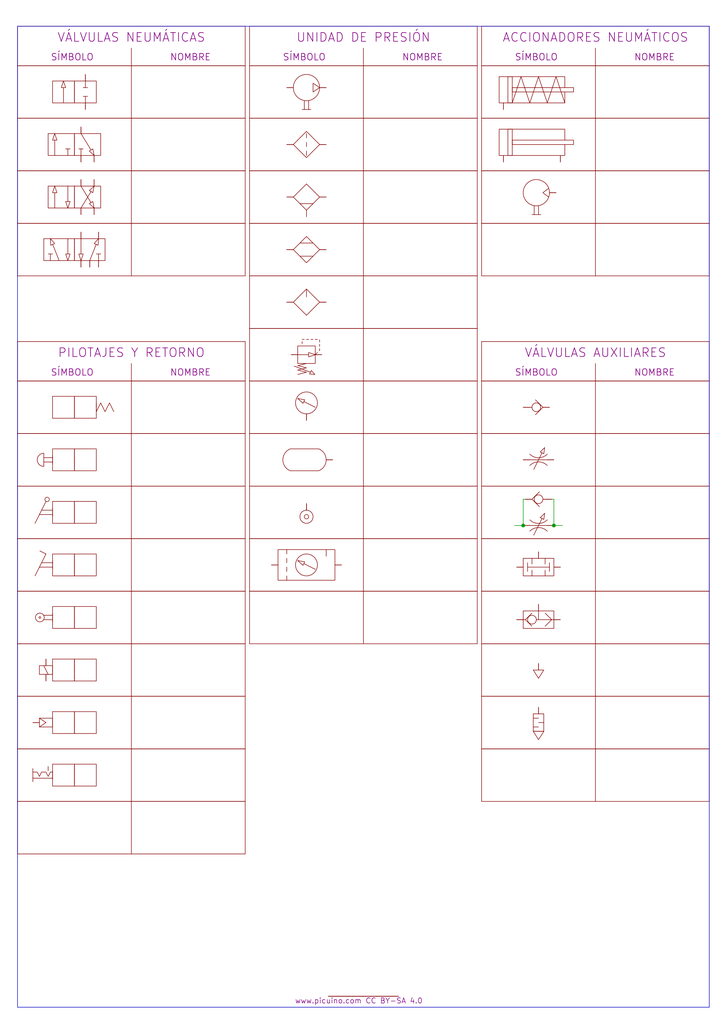
<source format=kicad_sch>
(kicad_sch (version 20230121) (generator eeschema)
  (paper "A4" portrait)
  (title_block (title "Símbolos neumáticos.") (date "20/05/2022") (company "www.picuino.com") (comment 1 "Copyright (c) 2022 by Carlos Pardo") (comment 2 "License CC BY-SA 4.0"))
  (lib_symbols
    (symbol "neumatic-simbolos-nombres-rescue:Calderin-simbolos" (pin_names (offset 1.016))
      (symbol "Calderin-simbolos_0_1"
        (arc (start -10.414 3.175) (mid -12.5636 0) (end -10.414 -3.175))
        (arc (start -2.159 -3.175) (mid -0.0094 0) (end -2.159 3.175))
        (polyline (pts (xy -10.414 -3.175) (xy -2.159 -3.175)))
        (polyline (pts (xy -2.159 3.175) (xy -10.414 3.175)))
      )
      (symbol "Calderin-simbolos_1_1"
        (pin bidirectional line (at 1.905 0 180) (length 1.905) (name "") (number ""))
      )
    )
    (symbol "neumatic-simbolos-nombres-rescue:Compresor-simbolos" (pin_names (offset 1.016))
      (symbol "Compresor-simbolos_0_1"
        (circle (center -3.81 0) (radius 3.81))
        (polyline (pts (xy -5.08 -6.35) (xy -2.54 -6.35)))
        (polyline (pts (xy -4.445 -3.81) (xy -4.445 -6.35)))
        (polyline (pts (xy -3.175 -3.81) (xy -3.175 -6.35)))
        (polyline (pts (xy 0 0) (xy -1.905 1.27) (xy -1.905 -1.27) (xy 0 0)))
      )
      (symbol "Compresor-simbolos_1_1"
        (pin input line (at -9.525 0 0) (length 1.905) (name "") (number ""))
        (pin output line (at 1.905 0 180) (length 1.905) (name "") (number ""))
      )
    )
    (symbol "neumatic-simbolos-nombres-rescue:CopyRight-simbolos-simbolos" (pin_names (offset 1.016))
      (property "License" "CC BY-SA 4.0" (at -1.27 -1.27 0))
      (property "Web" "www.picuino.com" (at 0 -1.27 0))
      (symbol "CopyRight-simbolos-simbolos_0_1"
        (polyline (pts (xy -10.16 0) (xy 10.16 0)) (stroke (width 0.2032)))
      )
    )
    (symbol "neumatic-simbolos-nombres-rescue:Escape-simbolos" (pin_names (offset 1.016))
      (symbol "Escape-simbolos_0_1"
        (polyline (pts (xy -1.524 -1.905) (xy 1.524 -1.905) (xy 0 -4.318) (xy -1.524 -1.905)))
      )
      (symbol "Escape-simbolos_1_1"
        (pin input line (at 0 0 270) (length 1.905) (name "") (number ""))
      )
    )
    (symbol "neumatic-simbolos-nombres-rescue:Escape_silenciador-simbolos" (pin_names (offset 1.016))
      (symbol "Escape_silenciador-simbolos_0_1"
        (rectangle (start -1.524 -1.905) (end 1.524 -6.985))
        (polyline (pts (xy -1.524 -5.715) (xy 0 -5.715)))
        (polyline (pts (xy -1.524 -3.175) (xy 0 -3.175)))
        (polyline (pts (xy 1.524 -4.445) (xy 0 -4.445)))
        (polyline (pts (xy -1.524 -6.985) (xy 1.524 -6.985) (xy 0 -9.398) (xy -1.524 -6.985)))
      )
      (symbol "Escape_silenciador-simbolos_1_1"
        (pin input line (at 0 0 270) (length 1.905) (name "") (number ""))
      )
    )
    (symbol "neumatic-simbolos-nombres-rescue:Estrangulador-simbolos" (pin_names (offset 1.016))
      (symbol "Estrangulador-simbolos_0_1"
        (arc (start -2.54 1.651) (mid 0 0.5989) (end 2.54 1.651))
        (polyline (pts (xy -2.54 0) (xy 2.54 0)))
        (polyline (pts (xy -1.397 -2.794) (xy 1.016 2.032)))
        (polyline (pts (xy 0.508 2.286) (xy 1.524 1.778)))
        (polyline (pts (xy 1.524 1.778) (xy 1.778 3.556) (xy 0.508 2.286)))
        (arc (start 2.54 -1.651) (mid 0 -0.5989) (end -2.54 -1.651))
      )
      (symbol "Estrangulador-simbolos_1_1"
        (pin output line (at -4.445 0 0) (length 1.905) (name "") (number ""))
        (pin input line (at 4.445 0 180) (length 1.905) (name "") (number ""))
      )
    )
    (symbol "neumatic-simbolos-nombres-rescue:Filtro_aire-simbolos" (pin_names (offset 1.016))
      (symbol "Filtro_aire-simbolos_0_1"
        (polyline (pts (xy -3.81 -1.905) (xy -3.81 -3.175)))
        (polyline (pts (xy -3.81 0.635) (xy -3.81 -0.635)))
        (polyline (pts (xy -3.81 3.175) (xy -3.81 1.905)))
        (polyline (pts (xy -3.81 3.81) (xy -7.62 0) (xy -3.81 -3.81) (xy 0 0) (xy -3.81 3.81)))
      )
      (symbol "Filtro_aire-simbolos_1_1"
        (pin input line (at -9.525 0 0) (length 1.905) (name "") (number ""))
        (pin output line (at 1.905 0 180) (length 1.905) (name "") (number ""))
      )
    )
    (symbol "neumatic-simbolos-nombres-rescue:Fuente_presion-simbolos" (pin_names (offset 1.016))
      (symbol "Fuente_presion-simbolos_0_1"
        (circle (center 0 3.81) (radius 0.635))
        (circle (center 0 3.81) (radius 1.905))
      )
      (symbol "Fuente_presion-simbolos_1_1"
        (pin output line (at 0 0 90) (length 1.905) (name "") (number ""))
      )
    )
    (symbol "neumatic-simbolos-nombres-rescue:Lubricador-simbolos" (pin_names (offset 1.016))
      (symbol "Lubricador-simbolos_0_1"
        (polyline (pts (xy -3.81 3.81) (xy -3.81 1.524)))
        (polyline (pts (xy -3.81 3.81) (xy -7.62 0) (xy -3.81 -3.81) (xy 0 0) (xy -3.81 3.81)))
      )
      (symbol "Lubricador-simbolos_1_1"
        (pin input line (at -9.525 0 0) (length 1.905) (name "") (number ""))
        (pin output line (at 1.905 0 180) (length 1.905) (name "") (number ""))
      )
    )
    (symbol "neumatic-simbolos-nombres-rescue:Manometro-simbolos" (pin_names (offset 1.016))
      (symbol "Manometro-simbolos_0_1"
        (polyline (pts (xy -0.762 5.461) (xy 2.54 3.81)))
        (polyline (pts (xy -0.762 5.461) (xy -1.016 4.953) (xy -2.54 6.35)))
        (polyline (pts (xy -0.762 5.461) (xy -0.508 5.969) (xy -2.54 6.35)))
        (circle (center 0 5.08) (radius 3.175))
      )
      (symbol "Manometro-simbolos_1_1"
        (pin output line (at 0 0 90) (length 1.905) (name "") (number ""))
      )
    )
    (symbol "neumatic-simbolos-nombres-rescue:Marco_1-simbolos" (pin_names (offset 1.016))
      (symbol "Marco_1-simbolos_0_1"
        (polyline (pts (xy 0 -15.24) (xy 0 0)))
        (polyline (pts (xy 0 -15.24) (xy 66.04 -15.24)))
        (polyline (pts (xy 0 0) (xy 66.04 0)))
        (polyline (pts (xy 33.02 0) (xy 33.02 -15.24)))
        (polyline (pts (xy 66.04 0) (xy 66.04 -15.24)))
      )
    )
    (symbol "neumatic-simbolos-nombres-rescue:Marco_2-simbolos" (pin_names (offset 1.016))
      (property "Field4" "TIPO" (at 33.02 -4.445 0))
      (property "Field5" "SÍMBOLO" (at 11.43 -11.43 0))
      (property "Field7" "NOMBRE" (at 48.26 -11.43 0))
      (symbol "Marco_2-simbolos_0_1"
        (polyline (pts (xy 0 -12.7) (xy 0 -1.27)))
        (polyline (pts (xy 0 -1.27) (xy 66.04 -1.27)))
        (polyline (pts (xy 33.02 -12.7) (xy 0 -12.7)))
        (polyline (pts (xy 33.02 -12.7) (xy 66.04 -12.7)))
        (polyline (pts (xy 33.02 -7.62) (xy 33.02 -12.7)))
        (polyline (pts (xy 66.04 -1.27) (xy 66.04 -12.7)))
      )
    )
    (symbol "neumatic-simbolos-nombres-rescue:Motor_giratorio-simbolos" (pin_names (offset 1.016))
      (symbol "Motor_giratorio-simbolos_0_1"
        (circle (center -3.81 0) (radius 3.81))
        (polyline (pts (xy -5.08 -6.35) (xy -2.54 -6.35)))
        (polyline (pts (xy -4.445 -3.81) (xy -4.445 -6.35)))
        (polyline (pts (xy -3.175 -3.81) (xy -3.175 -6.35)))
        (polyline (pts (xy -0.254 1.27) (xy -1.905 0) (xy -0.254 -1.27)))
      )
      (symbol "Motor_giratorio-simbolos_1_1"
        (pin input line (at 1.905 0 180) (length 1.905) (name "") (number ""))
      )
    )
    (symbol "neumatic-simbolos-nombres-rescue:Pilotaje_electrico-simbolos" (pin_names (offset 1.016))
      (symbol "Pilotaje_electrico-simbolos_0_1"
        (polyline (pts (xy -2.54 1.27) (xy -1.27 -1.27)))
        (rectangle (start 0 1.27) (end -3.81 -1.27))
      )
      (symbol "Pilotaje_electrico-simbolos_1_1"
        (pin input line (at -1.905 -3.175 90) (length 1.905) (name "") (number ""))
        (pin input line (at -1.905 3.175 270) (length 1.905) (name "") (number ""))
      )
    )
    (symbol "neumatic-simbolos-nombres-rescue:Pilotaje_enclavamiento-simbolos" (pin_names (offset 1.016))
      (symbol "Pilotaje_enclavamiento-simbolos_0_1"
        (polyline (pts (xy -3.175 1.905) (xy -3.175 -1.905)))
        (polyline (pts (xy 1.27 2.54) (xy 1.27 1.27)))
        (polyline (pts (xy 2.54 -0.889) (xy -3.175 -0.889)))
        (polyline (pts (xy 2.54 1.27) (xy 2.54 -1.27)))
        (polyline (pts (xy -3.175 0.889) (xy -1.905 0.889) (xy -1.27 -0.381) (xy -0.635 0.889) (xy 0.635 0.889) (xy 1.27 -0.381) (xy 1.905 0.889) (xy 2.54 0.889)))
      )
    )
    (symbol "neumatic-simbolos-nombres-rescue:Pilotaje_muelle-simbolos" (pin_names (offset 1.016))
      (symbol "Pilotaje_muelle-simbolos_0_1"
        (polyline (pts (xy 0 1.27) (xy 0 -1.27) (xy 1.27 1.27) (xy 2.54 -1.27) (xy 3.81 1.27) (xy 5.08 -1.27)))
      )
    )
    (symbol "neumatic-simbolos-nombres-rescue:Pilotaje_neumatico-simbolos" (pin_names (offset 1.016))
      (symbol "Pilotaje_neumatico-simbolos_0_1"
        (polyline (pts (xy -3.81 1.27) (xy -1.905 0) (xy -3.81 -1.27)))
        (rectangle (start 0 1.27) (end -3.81 -1.27))
      )
      (symbol "Pilotaje_neumatico-simbolos_1_1"
        (pin input line (at -5.715 0 0) (length 1.905) (name "") (number ""))
      )
    )
    (symbol "neumatic-simbolos-nombres-rescue:Pilotaje_palanca-simbolos" (pin_names (offset 1.016))
      (symbol "Pilotaje_palanca-simbolos_0_1"
        (polyline (pts (xy -1.27 -0.635) (xy -2.54 -3.175)))
        (polyline (pts (xy -1.27 -0.635) (xy 0.635 3.175)))
        (polyline (pts (xy -1.27 -0.635) (xy 2.54 -0.635)))
        (polyline (pts (xy 2.54 0.635) (xy -0.635 0.635)))
        (polyline (pts (xy 2.54 1.27) (xy 2.54 -1.27)))
        (circle (center 0.9652 3.7592) (radius 0.635))
      )
    )
    (symbol "neumatic-simbolos-nombres-rescue:Pilotaje_pedal-simbolos" (pin_names (offset 1.016))
      (symbol "Pilotaje_pedal-simbolos_0_1"
        (polyline (pts (xy -1.27 -0.635) (xy -2.54 -3.175)))
        (polyline (pts (xy -1.27 -0.635) (xy 0.635 3.175)))
        (polyline (pts (xy -0.635 0.635) (xy 2.54 0.635)))
        (polyline (pts (xy 0.635 3.175) (xy -1.143 4.064)))
        (polyline (pts (xy 2.54 -0.635) (xy -1.27 -0.635)))
        (polyline (pts (xy 2.54 1.27) (xy 2.54 -1.27)))
      )
    )
    (symbol "neumatic-simbolos-nombres-rescue:Pilotaje_pulsador-simbolos" (pin_names (offset 1.016))
      (symbol "Pilotaje_pulsador-simbolos_0_1"
        (polyline (pts (xy 0 -0.635) (xy 2.54 -0.635)))
        (polyline (pts (xy 0 0.635) (xy 2.54 0.635)))
        (polyline (pts (xy 0 1.905) (xy 0 -1.905)))
        (polyline (pts (xy 2.54 1.27) (xy 2.54 -1.27)))
        (arc (start 0 1.905) (mid -1.8967 0) (end 0 -1.905))
      )
    )
    (symbol "neumatic-simbolos-nombres-rescue:Pilotaje_rodillo-simbolos" (pin_names (offset 1.016))
      (symbol "Pilotaje_rodillo-simbolos_0_1"
        (circle (center -1.143 0) (radius 0.254))
        (circle (center -1.143 0) (radius 1.27))
        (polyline (pts (xy 0 -0.635) (xy 2.54 -0.635)))
        (polyline (pts (xy 0 0.635) (xy 2.54 0.635)))
        (polyline (pts (xy 2.54 1.27) (xy 2.54 -1.27)))
      )
    )
    (symbol "neumatic-simbolos-nombres-rescue:Piston_doble_efecto-simbolos" (pin_names (offset 1.016))
      (symbol "Piston_doble_efecto-simbolos_0_1"
        (polyline (pts (xy 17.78 6.35) (xy 17.78 9.525) (xy -1.27 9.525) (xy -1.27 1.905) (xy 17.78 1.905) (xy 17.78 5.08)))
        (rectangle (start 1.27 9.525) (end 2.54 1.905))
        (rectangle (start 20.32 6.35) (end 2.54 5.08))
      )
      (symbol "Piston_doble_efecto-simbolos_1_1"
        (pin bidirectional line (at 0 0 90) (length 1.905) (name "") (number ""))
        (pin bidirectional line (at 16.51 0 90) (length 1.905) (name "") (number ""))
      )
    )
    (symbol "neumatic-simbolos-nombres-rescue:Piston_simple_efecto-simbolos" (pin_names (offset 1.016))
      (symbol "Piston_simple_efecto-simbolos_0_1"
        (polyline (pts (xy 17.78 6.35) (xy 17.78 9.525) (xy -1.27 9.525) (xy -1.27 1.905) (xy 17.78 1.905) (xy 17.78 5.08)))
        (polyline (pts (xy 2.54 1.905) (xy 5.08 9.525) (xy 7.62 1.905) (xy 10.16 9.525) (xy 12.7 1.905) (xy 15.24 9.525) (xy 17.78 1.905)))
        (rectangle (start 1.27 9.525) (end 2.54 1.905))
        (rectangle (start 20.32 6.35) (end 2.54 5.08))
      )
      (symbol "Piston_simple_efecto-simbolos_1_1"
        (pin bidirectional line (at 0 0 90) (length 1.905) (name "") (number ""))
      )
    )
    (symbol "neumatic-simbolos-nombres-rescue:Purgador_agua-simbolos" (pin_names (offset 1.016))
      (symbol "Purgador_agua-simbolos_0_1"
        (polyline (pts (xy -5.715 -1.905) (xy -1.905 -1.905)))
        (polyline (pts (xy -3.81 -3.81) (xy -3.81 -5.715)))
        (polyline (pts (xy -3.81 3.81) (xy -7.62 0) (xy -3.81 -3.81) (xy 0 0) (xy -3.81 3.81)))
      )
      (symbol "Purgador_agua-simbolos_1_1"
        (pin input line (at -9.525 0 0) (length 1.905) (name "") (number ""))
        (pin output line (at 1.905 0 180) (length 1.905) (name "") (number ""))
      )
    )
    (symbol "neumatic-simbolos-nombres-rescue:Regulador_presion-simbolos" (pin_names (offset 1.016))
      (symbol "Regulador_presion-simbolos_0_1"
        (rectangle (start 0 -2.54) (end -5.08 2.54))
        (polyline (pts (xy -3.81 3.81) (xy -3.81 3.175)))
        (polyline (pts (xy -3.175 4.445) (xy -3.81 4.445)))
        (polyline (pts (xy -1.905 0) (xy -5.08 0)))
        (polyline (pts (xy -1.905 4.445) (xy -2.54 4.445)))
        (polyline (pts (xy -1.397 -5.08) (xy -6.096 -3.302)))
        (polyline (pts (xy -0.635 4.445) (xy -1.27 4.445)))
        (polyline (pts (xy 0 0) (xy 0.635 0.635)))
        (polyline (pts (xy 0.635 4.445) (xy 0 4.445)))
        (polyline (pts (xy 1.27 2.413) (xy 1.27 3.048)))
        (polyline (pts (xy 1.27 3.683) (xy 1.27 4.318)))
        (polyline (pts (xy 1.143 1.143) (xy 1.27 1.27) (xy 1.27 1.778)))
        (polyline (pts (xy 0 0) (xy -1.905 0.635) (xy -1.905 -0.635) (xy 0 0)))
        (polyline (pts (xy -0.127 -5.715) (xy -1.651 -5.588) (xy -1.397 -5.08) (xy -1.143 -4.572) (xy -0.127 -5.715)))
        (polyline (pts (xy -2.54 -2.54) (xy -5.08 -3.175) (xy -2.54 -3.81) (xy -5.08 -4.445) (xy -2.54 -5.08) (xy -5.08 -5.715)))
      )
      (symbol "Regulador_presion-simbolos_1_1"
        (pin input line (at -6.985 0 0) (length 1.905) (name "") (number ""))
        (pin output line (at 1.905 0 180) (length 1.905) (name "") (number ""))
      )
    )
    (symbol "neumatic-simbolos-nombres-rescue:Secador-simbolos" (pin_names (offset 1.016))
      (symbol "Secador-simbolos_0_1"
        (polyline (pts (xy -5.715 -1.905) (xy -1.905 -1.905)))
        (polyline (pts (xy -1.905 1.905) (xy -5.715 1.905)))
        (polyline (pts (xy -3.81 3.81) (xy -7.62 0) (xy -3.81 -3.81) (xy 0 0) (xy -3.81 3.81)))
      )
      (symbol "Secador-simbolos_1_1"
        (pin input line (at -9.525 0 0) (length 1.905) (name "") (number ""))
        (pin output line (at 1.905 0 180) (length 1.905) (name "") (number ""))
      )
    )
    (symbol "neumatic-simbolos-nombres-rescue:Unidad_mantenimiento-simbolos" (pin_names (offset 1.016))
      (symbol "Unidad_mantenimiento-simbolos_0_1"
        (polyline (pts (xy -5.715 1.27) (xy -5.715 0)))
        (polyline (pts (xy -5.715 3.81) (xy -5.715 2.54)))
        (polyline (pts (xy -5.715 6.35) (xy -5.715 5.08)))
        (polyline (pts (xy -5.715 8.89) (xy -5.715 7.62)))
        (polyline (pts (xy -0.762 4.826) (xy 2.54 3.175)))
        (polyline (pts (xy 5.715 8.89) (xy 5.715 6.985)))
        (polyline (pts (xy -0.762 4.826) (xy -1.016 4.318) (xy -2.54 5.715)))
        (polyline (pts (xy -0.762 4.826) (xy -0.508 5.334) (xy -2.54 5.715)))
        (circle (center 0 4.445) (radius 3.175))
        (rectangle (start 8.255 8.89) (end -8.255 0))
      )
      (symbol "Unidad_mantenimiento-simbolos_1_1"
        (pin input line (at -10.16 4.445 0) (length 1.905) (name "") (number ""))
        (pin output line (at 10.16 4.445 180) (length 1.905) (name "") (number ""))
      )
    )
    (symbol "neumatic-simbolos-nombres-rescue:Valvula_2_2-simbolos" (pin_names (offset 1.016))
      (symbol "Valvula_2_2-simbolos_0_1"
        (polyline (pts (xy 2.54 1.905) (xy 3.81 1.905)))
        (polyline (pts (xy 3.175 0) (xy 3.175 1.905)))
        (polyline (pts (xy 3.175 6.35) (xy 3.175 4.445)))
        (polyline (pts (xy 3.81 4.445) (xy 2.54 4.445)))
        (polyline (pts (xy -3.175 0) (xy -3.175 4.445) (xy -2.54 4.445) (xy -3.175 6.35) (xy -3.81 4.445) (xy -3.175 4.445)))
        (rectangle (start 0 6.35) (end -6.35 0))
        (rectangle (start 0 6.35) (end 6.35 0))
      )
      (symbol "Valvula_2_2-simbolos_1_1"
        (pin output line (at 3.175 -1.905 90) (length 1.905) (name "") (number ""))
        (pin output line (at 3.175 8.255 270) (length 1.905) (name "") (number ""))
      )
    )
    (symbol "neumatic-simbolos-nombres-rescue:Valvula_3_2-simbolos" (pin_names (offset 1.016))
      (symbol "Valvula_3_2-simbolos_0_1"
        (polyline (pts (xy -5.715 4.445) (xy -5.715 0)))
        (polyline (pts (xy -2.54 1.905) (xy -1.27 1.905)))
        (polyline (pts (xy -1.905 1.905) (xy -1.905 0)))
        (polyline (pts (xy 1.905 1.905) (xy 1.905 0)))
        (polyline (pts (xy 2.54 1.905) (xy 1.27 1.905)))
        (polyline (pts (xy 4.826 1.5748) (xy 1.905 6.35)))
        (polyline (pts (xy -5.715 6.35) (xy -6.35 4.445) (xy -5.08 4.445) (xy -5.715 6.35)))
        (polyline (pts (xy 5.715 0) (xy 5.334 1.905) (xy 4.318 1.27) (xy 5.715 0)))
        (rectangle (start 0 6.35) (end -7.62 0))
        (rectangle (start 0 6.35) (end 7.62 0))
      )
      (symbol "Valvula_3_2-simbolos_1_1"
        (pin input line (at 1.905 -1.905 90) (length 1.905) (name "") (number ""))
        (pin bidirectional line (at 1.905 8.255 270) (length 1.905) (name "") (number ""))
        (pin output line (at 5.715 -1.905 90) (length 1.905) (name "") (number ""))
      )
    )
    (symbol "neumatic-simbolos-nombres-rescue:Valvula_4_2-simbolos" (pin_names (offset 1.016))
      (symbol "Valvula_4_2-simbolos_0_1"
        (polyline (pts (xy -5.715 4.445) (xy -5.715 0)))
        (polyline (pts (xy -1.905 1.905) (xy -1.905 6.35)))
        (polyline (pts (xy 4.8006 1.5748) (xy 1.905 6.35)))
        (polyline (pts (xy 4.826 4.7752) (xy 1.905 0)))
        (polyline (pts (xy -5.715 6.35) (xy -6.35 4.445) (xy -5.08 4.445) (xy -5.715 6.35)))
        (polyline (pts (xy -1.905 0) (xy -2.54 1.905) (xy -1.27 1.905) (xy -1.905 0)))
        (polyline (pts (xy 5.715 0) (xy 5.334 1.905) (xy 4.318 1.27) (xy 5.715 0)))
        (polyline (pts (xy 5.715 6.35) (xy 5.334 4.445) (xy 4.318 5.08) (xy 5.715 6.35)))
        (rectangle (start 0 6.35) (end -7.62 0))
        (rectangle (start 0 6.35) (end 7.62 0))
      )
      (symbol "Valvula_4_2-simbolos_1_1"
        (pin input line (at 1.905 -1.905 90) (length 1.905) (name "") (number ""))
        (pin bidirectional line (at 1.905 8.255 270) (length 1.905) (name "") (number ""))
        (pin output line (at 5.715 -1.905 90) (length 1.905) (name "") (number ""))
        (pin bidirectional line (at 5.715 8.255 270) (length 1.905) (name "") (number ""))
      )
    )
    (symbol "neumatic-simbolos-nombres-rescue:Valvula_5_2-simbolos" (pin_names (offset 1.016))
      (symbol "Valvula_5_2-simbolos_0_1"
        (polyline (pts (xy -6.985 1.905) (xy -6.985 0)))
        (polyline (pts (xy -6.35 1.905) (xy -7.62 1.905)))
        (polyline (pts (xy -6.2992 4.6736) (xy -4.445 0)))
        (polyline (pts (xy -1.905 1.905) (xy -1.905 6.35)))
        (polyline (pts (xy 1.905 1.905) (xy 1.905 6.35)))
        (polyline (pts (xy 4.445 0) (xy 6.2992 4.6736)))
        (polyline (pts (xy 6.35 1.905) (xy 7.62 1.905)))
        (polyline (pts (xy 6.985 1.905) (xy 6.985 0)))
        (polyline (pts (xy -6.985 6.35) (xy -5.715 4.953) (xy -6.858 4.445) (xy -6.985 6.35)))
        (polyline (pts (xy -1.905 0) (xy -2.54 1.905) (xy -1.27 1.905) (xy -1.905 0)))
        (polyline (pts (xy 1.905 0) (xy 1.27 1.905) (xy 2.54 1.905) (xy 1.905 0)))
        (polyline (pts (xy 6.985 6.35) (xy 5.715 4.953) (xy 6.858 4.445) (xy 6.985 6.35)))
        (rectangle (start 0 6.35) (end -8.89 0))
        (rectangle (start 8.89 6.35) (end 0 0))
      )
      (symbol "Valvula_5_2-simbolos_1_1"
        (pin output line (at 1.905 -1.905 90) (length 1.905) (name "") (number ""))
        (pin bidirectional line (at 1.905 8.255 270) (length 1.905) (name "") (number ""))
        (pin input line (at 4.445 -1.905 90) (length 1.905) (name "") (number ""))
        (pin output line (at 6.985 -1.905 90) (length 1.905) (name "") (number ""))
        (pin bidirectional line (at 6.985 8.255 270) (length 1.905) (name "") (number ""))
      )
    )
    (symbol "neumatic-simbolos-nombres-rescue:Valvula_antirretorno-simbolos" (pin_names (offset 1.016))
      (symbol "Valvula_antirretorno-simbolos_0_1"
        (polyline (pts (xy -1.27 0) (xy -1.905 0)))
        (polyline (pts (xy 1.905 0) (xy -0.254 -2.159)))
        (polyline (pts (xy 1.905 0) (xy -0.254 2.159)))
        (circle (center 0 0) (radius 1.27))
      )
      (symbol "Valvula_antirretorno-simbolos_1_1"
        (pin output line (at -3.81 0 0) (length 1.905) (name "") (number ""))
        (pin input line (at 3.81 0 180) (length 1.905) (name "") (number ""))
      )
    )
    (symbol "neumatic-simbolos-nombres-rescue:Valvula_or-simbolos" (pin_names (offset 1.016))
      (symbol "Valvula_or-simbolos_0_1"
        (polyline (pts (xy 0.635 2.54) (xy 0 2.54)))
        (polyline (pts (xy 3.81 2.54) (xy 8.89 2.54)))
        (polyline (pts (xy 4.445 2.54) (xy 4.445 5.08)))
        (polyline (pts (xy 2.54 4.445) (xy 0.635 2.54) (xy 2.54 0.635)))
        (polyline (pts (xy 6.35 4.445) (xy 8.255 2.54) (xy 6.35 0.635)))
        (rectangle (start 0 5.08) (end 8.89 0))
        (circle (center 2.54 2.54) (radius 1.27))
      )
      (symbol "Valvula_or-simbolos_1_1"
        (pin input line (at -1.905 2.54 0) (length 1.905) (name "") (number ""))
        (pin output line (at 4.445 6.985 270) (length 1.905) (name "") (number ""))
        (pin input line (at 10.795 2.54 180) (length 1.905) (name "") (number ""))
      )
    )
    (symbol "neumatic-simbolos-nombres-rescue:Valvula_simultaneidad-simbolos" (pin_names (offset 1.016))
      (symbol "Valvula_simultaneidad-simbolos_0_1"
        (polyline (pts (xy 1.27 2.54) (xy 7.62 2.54)))
        (polyline (pts (xy 1.27 3.81) (xy 1.27 1.27)))
        (polyline (pts (xy 2.54 0) (xy 2.54 1.651)))
        (polyline (pts (xy 2.54 5.08) (xy 2.54 3.429)))
        (polyline (pts (xy 6.35 0) (xy 6.35 1.651)))
        (polyline (pts (xy 6.35 5.08) (xy 6.35 3.429)))
        (polyline (pts (xy 7.62 3.81) (xy 7.62 1.27)))
        (polyline (pts (xy 0 5.08) (xy 0 0) (xy 8.89 0) (xy 8.89 5.08) (xy 0 5.08)))
      )
      (symbol "Valvula_simultaneidad-simbolos_1_1"
        (pin input line (at -1.905 2.54 0) (length 1.905) (name "") (number ""))
        (pin output line (at 4.445 6.985 270) (length 1.905) (name "") (number ""))
        (pin input line (at 10.795 2.54 180) (length 1.905) (name "") (number ""))
      )
    )
    (symbol "neumatic-simbolos-nombres-rescue:Valvula_virtual-simbolos" (pin_names (offset 1.016))
      (symbol "Valvula_virtual-simbolos_0_1"
        (rectangle (start 0 6.35) (end -6.35 0))
        (rectangle (start 0 6.35) (end 6.35 0))
      )
    )
  )
  (junction (at 160.655 152.4))
  (junction (at 151.765 152.4))
  (polyline (pts (xy 5.08 292.1) (xy 205.74 292.1)))
  (wire (pts (xy 160.655 144.78) (xy 160.655 152.4)))
  (wire (pts (xy 151.765 144.78) (xy 151.765 152.4)))
  (wire (pts (xy 160.655 152.4) (xy 163.195 152.4)))
  (polyline (pts (xy 5.08 292.1) (xy 5.08 7.62)))
  (wire (pts (xy 160.02 144.78) (xy 160.655 144.78)))
  (polyline (pts (xy 205.74 292.1) (xy 205.74 7.62)))
  (wire (pts (xy 152.4 144.78) (xy 151.765 144.78)))
  (polyline (pts (xy 5.08 7.62) (xy 205.74 7.62)))
  (wire (pts (xy 151.765 152.4) (xy 149.225 152.4)))
  (symbol (lib_id "neumatic-simbolos-nombres-rescue:Estrangulador-simbolos") (at 156.21 152.4 0) (unit 1)
    (property "Reference" "V?" (effects hide))
    (property "Value" "Estrangulador" (effects hide))
  )
  (symbol (lib_id "neumatic-simbolos-nombres-rescue:Valvula_antirretorno-simbolos") (at 156.21 144.78 180) (unit 1)
    (property "Reference" "V?" (effects hide))
    (property "Value" "Valvula_antirretorno" (effects hide))
  )
  (symbol (lib_id "neumatic-simbolos-nombres-rescue:Valvula_virtual-simbolos") (at 21.59 227.965 0) (unit 1)
    (property "Reference" "V?" (effects hide))
    (property "Value" "Valvula_virtual" (effects hide))
  )
  (symbol (lib_id "neumatic-simbolos-nombres-rescue:Marco_1-simbolos") (at 5.08 217.17 0) (unit 1)
    (property "Reference" "M?" (effects hide))
    (property "Value" "Marco_1" (effects hide))
  )
  (symbol (lib_id "neumatic-simbolos-nombres-rescue:Pilotaje_enclavamiento-simbolos") (at 12.7 224.79 0) (unit 1)
    (property "Reference" "U?" (effects hide))
    (property "Value" "Pilotaje_enclavamiento" (effects hide))
  )
  (symbol (lib_id "neumatic-simbolos-nombres-rescue:Marco_1-simbolos") (at 5.08 232.41 0) (unit 1)
    (property "Reference" "M?" (effects hide))
    (property "Value" "Marco_1" (effects hide))
  )
  (symbol (lib_id "neumatic-simbolos-nombres-rescue:Marco_1-simbolos") (at 139.7 217.17 0) (unit 1)
    (property "Reference" "M?" (effects hide))
    (property "Value" "Marco_1" (effects hide))
  )
  (symbol (lib_id "neumatic-simbolos-nombres-rescue:Escape-simbolos") (at 156.21 192.405 0) (unit 1)
    (property "Reference" "V?" (effects hide))
    (property "Value" "Escape" (effects hide))
  )
  (symbol (lib_id "neumatic-simbolos-nombres-rescue:Marco_1-simbolos") (at 139.7 186.69 0) (unit 1)
    (property "Reference" "M?" (effects hide))
    (property "Value" "Marco_1" (effects hide))
  )
  (symbol (lib_id "neumatic-simbolos-nombres-rescue:Marco_1-simbolos") (at 139.7 201.93 0) (unit 1)
    (property "Reference" "M?" (effects hide))
    (property "Value" "Marco_1" (effects hide))
  )
  (symbol (lib_id "neumatic-simbolos-nombres-rescue:Escape_silenciador-simbolos") (at 156.21 205.105 0) (unit 1)
    (property "Reference" "V?" (effects hide))
    (property "Value" "Escape_silenciador" (effects hide))
  )
  (symbol (lib_id "neumatic-simbolos-nombres-rescue:Valvula_2_2-simbolos") (at 21.59 29.845 0) (unit 1)
    (property "Reference" "V?" (effects hide))
    (property "Value" "Valvula_2_2" (effects hide))
  )
  (symbol (lib_id "neumatic-simbolos-nombres-rescue:Valvula_virtual-simbolos") (at 21.59 212.725 0) (unit 1)
    (property "Reference" "V?" (effects hide))
    (property "Value" "Valvula_virtual" (effects hide))
  )
  (symbol (lib_id "neumatic-simbolos-nombres-rescue:Marco_1-simbolos") (at 72.39 156.21 0) (unit 1)
    (property "Reference" "M?" (effects hide))
    (property "Value" "Marco_1" (effects hide))
  )
  (symbol (lib_id "neumatic-simbolos-nombres-rescue:Marco_1-simbolos") (at 139.7 140.97 0) (unit 1)
    (property "Reference" "M?" (effects hide))
    (property "Value" "Marco_1" (effects hide))
  )
  (symbol (lib_id "neumatic-simbolos-nombres-rescue:Marco_1-simbolos") (at 139.7 34.29 0) (unit 1)
    (property "Reference" "M?" (effects hide))
    (property "Value" "Marco_1" (effects hide))
  )
  (symbol (lib_id "neumatic-simbolos-nombres-rescue:Motor_giratorio-simbolos") (at 159.385 55.88 0) (unit 1)
    (property "Reference" "V?" (effects hide))
    (property "Value" "Motor_giratorio" (effects hide))
  )
  (symbol (lib_id "neumatic-simbolos-nombres-rescue:Valvula_virtual-simbolos") (at 21.59 182.245 0) (unit 1)
    (property "Reference" "V?" (effects hide))
    (property "Value" "Valvula_virtual" (effects hide))
  )
  (symbol (lib_id "neumatic-simbolos-nombres-rescue:Fuente_presion-simbolos") (at 88.9 146.05 180) (unit 1)
    (property "Reference" "V?" (effects hide))
    (property "Value" "Fuente_presion" (effects hide))
  )
  (symbol (lib_id "neumatic-simbolos-nombres-rescue:Pilotaje_pedal-simbolos") (at 12.7 163.83 0) (unit 1)
    (property "Reference" "U?" (effects hide))
    (property "Value" "Pilotaje_pedal" (effects hide))
  )
  (symbol (lib_id "neumatic-simbolos-nombres-rescue:Valvula_antirretorno-simbolos") (at 155.575 118.11 0) (unit 1)
    (property "Reference" "V?" (effects hide))
    (property "Value" "Valvula_antirretorno" (effects hide))
  )
  (symbol (lib_id "neumatic-simbolos-nombres-rescue:Marco_1-simbolos") (at 5.08 140.97 0) (unit 1)
    (property "Reference" "M?" (effects hide))
    (property "Value" "Marco_1" (effects hide))
  )
  (symbol (lib_id "neumatic-simbolos-nombres-rescue:Marco_1-simbolos") (at 5.08 201.93 0) (unit 1)
    (property "Reference" "M?" (effects hide))
    (property "Value" "Marco_1" (effects hide))
  )
  (symbol (lib_id "neumatic-simbolos-nombres-rescue:Compresor-simbolos") (at 92.71 25.4 0) (unit 1)
    (property "Reference" "V?" (effects hide))
    (property "Value" "Compresor" (effects hide))
  )
  (symbol (lib_id "neumatic-simbolos-nombres-rescue:Marco_1-simbolos") (at 72.39 95.25 0) (unit 1)
    (property "Reference" "M?" (effects hide))
    (property "Value" "Marco_1" (effects hide))
  )
  (symbol (lib_id "neumatic-simbolos-nombres-rescue:Marco_1-simbolos") (at 139.7 156.21 0) (unit 1)
    (property "Reference" "M?" (effects hide))
    (property "Value" "Marco_1" (effects hide))
  )
  (symbol (lib_id "neumatic-simbolos-nombres-rescue:Marco_1-simbolos") (at 72.39 49.53 0) (unit 1)
    (property "Reference" "M?" (effects hide))
    (property "Value" "Marco_1" (effects hide))
  )
  (symbol (lib_id "neumatic-simbolos-nombres-rescue:Valvula_3_2-simbolos") (at 21.59 45.085 0) (unit 1)
    (property "Reference" "V?" (effects hide))
    (property "Value" "Valvula_3_2" (effects hide))
  )
  (symbol (lib_id "neumatic-simbolos-nombres-rescue:Manometro-simbolos") (at 88.9 121.92 0) (unit 1)
    (property "Reference" "V?" (effects hide))
    (property "Value" "Manometro" (effects hide))
  )
  (symbol (lib_id "neumatic-simbolos-nombres-rescue:Marco_2-simbolos") (at 72.39 6.35 0) (unit 1)
    (property "Reference" "M?" (effects hide))
    (property "Value" "Marco_2" (effects hide))
    (property "Field4" "UNIDAD DE PRESIÓN" (at 105.41 10.795 0) (effects (font (size 2.54 2.54))))
    (property "Field5" "SÍMBOLO" (at 88.265 16.51 0) (effects (font (size 1.905 1.905))))
    (property "Field7" "NOMBRE" (at 122.555 16.51 0) (effects (font (size 1.905 1.905))))
  )
  (symbol (lib_id "neumatic-simbolos-nombres-rescue:Marco_1-simbolos") (at 72.39 140.97 0) (unit 1)
    (property "Reference" "M?" (effects hide))
    (property "Value" "Marco_1" (effects hide))
  )
  (symbol (lib_id "neumatic-simbolos-nombres-rescue:Valvula_virtual-simbolos") (at 21.59 121.285 0) (unit 1)
    (property "Reference" "V?" (effects hide))
    (property "Value" "Valvula_virtual" (effects hide))
  )
  (symbol (lib_id "neumatic-simbolos-nombres-rescue:Marco_1-simbolos") (at 139.7 125.73 0) (unit 1)
    (property "Reference" "M?" (effects hide))
    (property "Value" "Marco_1" (effects hide))
  )
  (symbol (lib_id "neumatic-simbolos-nombres-rescue:Marco_1-simbolos") (at 72.39 110.49 0) (unit 1)
    (property "Reference" "M?" (effects hide))
    (property "Value" "Marco_1" (effects hide))
  )
  (symbol (lib_id "neumatic-simbolos-nombres-rescue:Marco_2-simbolos") (at 139.7 97.79 0) (unit 1)
    (property "Reference" "M?" (effects hide))
    (property "Value" "Marco_2" (effects hide))
    (property "Field4" "VÁLVULAS AUXILIARES" (at 172.72 102.235 0) (effects (font (size 2.54 2.54))))
    (property "Field5" "SÍMBOLO" (at 155.575 107.95 0) (effects (font (size 1.905 1.905))))
    (property "Field7" "NOMBRE" (at 189.865 107.95 0) (effects (font (size 1.905 1.905))))
  )
  (symbol (lib_id "neumatic-simbolos-nombres-rescue:Calderin-simbolos") (at 94.615 133.35 0) (unit 1)
    (property "Reference" "V?" (effects hide))
    (property "Value" "Calderin" (effects hide))
  )
  (symbol (lib_id "neumatic-simbolos-nombres-rescue:Marco_1-simbolos") (at 72.39 80.01 0) (unit 1)
    (property "Reference" "M?" (effects hide))
    (property "Value" "Marco_1" (effects hide))
  )
  (symbol (lib_id "neumatic-simbolos-nombres-rescue:Regulador_presion-simbolos") (at 91.44 102.87 0) (unit 1)
    (property "Reference" "V?" (effects hide))
    (property "Value" "Regulador_presion" (effects hide))
  )
  (symbol (lib_id "neumatic-simbolos-nombres-rescue:Piston_simple_efecto-simbolos") (at 146.05 31.75 0) (unit 1)
    (property "Reference" "V?" (effects hide))
    (property "Value" "Piston_simple_efecto" (effects hide))
  )
  (symbol (lib_id "neumatic-simbolos-nombres-rescue:Marco_1-simbolos") (at 72.39 171.45 0) (unit 1)
    (property "Reference" "M?" (effects hide))
    (property "Value" "Marco_1" (effects hide))
  )
  (symbol (lib_id "neumatic-simbolos-nombres-rescue:Marco_1-simbolos") (at 72.39 125.73 0) (unit 1)
    (property "Reference" "M?" (effects hide))
    (property "Value" "Marco_1" (effects hide))
  )
  (symbol (lib_id "neumatic-simbolos-nombres-rescue:Valvula_virtual-simbolos") (at 21.59 167.005 0) (unit 1)
    (property "Reference" "V?" (effects hide))
    (property "Value" "Valvula_virtual" (effects hide))
  )
  (symbol (lib_id "neumatic-simbolos-nombres-rescue:Marco_1-simbolos") (at 5.08 171.45 0) (unit 1)
    (property "Reference" "M?" (effects hide))
    (property "Value" "Marco_1" (effects hide))
  )
  (symbol (lib_id "neumatic-simbolos-nombres-rescue:Unidad_mantenimiento-simbolos") (at 88.9 168.275 0) (unit 1)
    (property "Reference" "V?" (effects hide))
    (property "Value" "Unidad_mantenimiento" (effects hide))
  )
  (symbol (lib_id "neumatic-simbolos-nombres-rescue:Marco_2-simbolos") (at 139.7 6.35 0) (unit 1)
    (property "Reference" "M?" (effects hide))
    (property "Value" "Marco_2" (effects hide))
    (property "Field4" "ACCIONADORES NEUMÁTICOS" (at 172.72 10.795 0) (effects (font (size 2.54 2.54))))
    (property "Field5" "SÍMBOLO" (at 155.575 16.51 0) (effects (font (size 1.905 1.905))))
    (property "Field7" "NOMBRE" (at 189.865 16.51 0) (effects (font (size 1.905 1.905))))
  )
  (symbol (lib_id "neumatic-simbolos-nombres-rescue:Marco_1-simbolos") (at 5.08 19.05 0) (unit 1)
    (property "Reference" "M?" (effects hide))
    (property "Value" "Marco_1" (effects hide))
  )
  (symbol (lib_id "neumatic-simbolos-nombres-rescue:Pilotaje_pulsador-simbolos") (at 12.7 133.35 0) (unit 1)
    (property "Reference" "U?" (effects hide))
    (property "Value" "Pilotaje_pulsador" (effects hide))
  )
  (symbol (lib_id "neumatic-simbolos-nombres-rescue:Filtro_aire-simbolos") (at 92.71 41.91 0) (unit 1)
    (property "Reference" "V?" (effects hide))
    (property "Value" "Filtro_aire" (effects hide))
  )
  (symbol (lib_id "neumatic-simbolos-nombres-rescue:Marco_1-simbolos") (at 5.08 34.29 0) (unit 1)
    (property "Reference" "M?" (effects hide))
    (property "Value" "Marco_1" (effects hide))
  )
  (symbol (lib_id "neumatic-simbolos-nombres-rescue:Marco_1-simbolos") (at 5.08 49.53 0) (unit 1)
    (property "Reference" "M?" (effects hide))
    (property "Value" "Marco_1" (effects hide))
  )
  (symbol (lib_id "neumatic-simbolos-nombres-rescue:Marco_1-simbolos") (at 139.7 49.53 0) (unit 1)
    (property "Reference" "M?" (effects hide))
    (property "Value" "Marco_1" (effects hide))
  )
  (symbol (lib_id "neumatic-simbolos-nombres-rescue:Valvula_virtual-simbolos") (at 21.59 197.485 0) (unit 1)
    (property "Reference" "V?" (effects hide))
    (property "Value" "Valvula_virtual" (effects hide))
  )
  (symbol (lib_id "neumatic-simbolos-nombres-rescue:Marco_2-simbolos") (at 5.08 6.35 0) (unit 1)
    (property "Reference" "M?" (effects hide))
    (property "Value" "Marco_2" (effects hide))
    (property "Field4" "VÁLVULAS NEUMÁTICAS" (at 38.1 10.795 0) (effects (font (size 2.54 2.54))))
    (property "Field5" "SÍMBOLO" (at 20.955 16.51 0) (effects (font (size 1.905 1.905))))
    (property "Field7" "NOMBRE" (at 55.245 16.51 0) (effects (font (size 1.905 1.905))))
  )
  (symbol (lib_id "neumatic-simbolos-nombres-rescue:Pilotaje_muelle-simbolos") (at 27.94 118.11 0) (unit 1)
    (property "Reference" "U?" (effects hide))
    (property "Value" "Pilotaje_muelle" (effects hide))
  )
  (symbol (lib_id "neumatic-simbolos-nombres-rescue:Valvula_or-simbolos") (at 151.765 182.245 0) (unit 1)
    (property "Reference" "V?" (effects hide))
    (property "Value" "Valvula_or" (effects hide))
  )
  (symbol (lib_id "neumatic-simbolos-nombres-rescue:Marco_1-simbolos") (at 5.08 186.69 0) (unit 1)
    (property "Reference" "M?" (effects hide))
    (property "Value" "Marco_1" (effects hide))
  )
  (symbol (lib_id "neumatic-simbolos-nombres-rescue:Marco_1-simbolos") (at 139.7 64.77 0) (unit 1)
    (property "Reference" "M?" (effects hide))
    (property "Value" "Marco_1" (effects hide))
  )
  (symbol (lib_id "neumatic-simbolos-nombres-rescue:Valvula_4_2-simbolos") (at 21.59 60.325 0) (unit 1)
    (property "Reference" "V?" (effects hide))
    (property "Value" "Valvula_4_2" (effects hide))
  )
  (symbol (lib_id "neumatic-simbolos-nombres-rescue:Valvula_virtual-simbolos") (at 21.59 136.525 0) (unit 1)
    (property "Reference" "V?" (effects hide))
    (property "Value" "Valvula_virtual" (effects hide))
  )
  (symbol (lib_id "neumatic-simbolos-nombres-rescue:Pilotaje_neumatico-simbolos") (at 15.24 209.55 0) (unit 1)
    (property "Reference" "U?" (effects hide))
    (property "Value" "Pilotaje_neumatico" (effects hide))
  )
  (symbol (lib_id "neumatic-simbolos-nombres-rescue:Marco_2-simbolos") (at 5.08 97.79 0) (unit 1)
    (property "Reference" "M?" (effects hide))
    (property "Value" "Marco_2" (effects hide))
    (property "Field4" "PILOTAJES Y RETORNO" (at 38.1 102.235 0) (effects (font (size 2.54 2.54))))
    (property "Field5" "SÍMBOLO" (at 20.955 107.95 0) (effects (font (size 1.905 1.905))))
    (property "Field7" "NOMBRE" (at 55.245 107.95 0) (effects (font (size 1.905 1.905))))
  )
  (symbol (lib_id "neumatic-simbolos-nombres-rescue:Marco_1-simbolos") (at 139.7 19.05 0) (unit 1)
    (property "Reference" "M?" (effects hide))
    (property "Value" "Marco_1" (effects hide))
  )
  (symbol (lib_id "neumatic-simbolos-nombres-rescue:Marco_1-simbolos") (at 139.7 171.45 0) (unit 1)
    (property "Reference" "M?" (effects hide))
    (property "Value" "Marco_1" (effects hide))
  )
  (symbol (lib_id "neumatic-simbolos-nombres-rescue:Marco_1-simbolos") (at 5.08 125.73 0) (unit 1)
    (property "Reference" "M?" (effects hide))
    (property "Value" "Marco_1" (effects hide))
  )
  (symbol (lib_id "neumatic-simbolos-nombres-rescue:Marco_1-simbolos") (at 72.39 64.77 0) (unit 1)
    (property "Reference" "M?" (effects hide))
    (property "Value" "Marco_1" (effects hide))
  )
  (symbol (lib_id "neumatic-simbolos-nombres-rescue:Piston_doble_efecto-simbolos") (at 146.05 46.99 0) (unit 1)
    (property "Reference" "V?" (effects hide))
    (property "Value" "Piston_doble_efecto" (effects hide))
  )
  (symbol (lib_id "neumatic-simbolos-nombres-rescue:Pilotaje_palanca-simbolos") (at 12.7 148.59 0) (unit 1)
    (property "Reference" "U?" (effects hide))
    (property "Value" "Pilotaje_palanca" (effects hide))
  )
  (symbol (lib_id "neumatic-simbolos-nombres-rescue:Valvula_5_2-simbolos") (at 21.59 75.565 0) (unit 1)
    (property "Reference" "V?" (effects hide))
    (property "Value" "Valvula_5_2" (effects hide))
  )
  (symbol (lib_id "neumatic-simbolos-nombres-rescue:Marco_1-simbolos") (at 5.08 156.21 0) (unit 1)
    (property "Reference" "M?" (effects hide))
    (property "Value" "Marco_1" (effects hide))
  )
  (symbol (lib_id "neumatic-simbolos-nombres-rescue:Marco_1-simbolos") (at 72.39 34.29 0) (unit 1)
    (property "Reference" "M?" (effects hide))
    (property "Value" "Marco_1" (effects hide))
  )
  (symbol (lib_id "neumatic-simbolos-nombres-rescue:Valvula_virtual-simbolos") (at 21.59 151.765 0) (unit 1)
    (property "Reference" "V?" (effects hide))
    (property "Value" "Valvula_virtual" (effects hide))
  )
  (symbol (lib_id "neumatic-simbolos-nombres-rescue:Marco_1-simbolos") (at 72.39 19.05 0) (unit 1)
    (property "Reference" "M?" (effects hide))
    (property "Value" "Marco_1" (effects hide))
  )
  (symbol (lib_id "neumatic-simbolos-nombres-rescue:Estrangulador-simbolos") (at 156.21 133.35 0) (unit 1)
    (property "Reference" "V?" (effects hide))
    (property "Value" "Estrangulador" (effects hide))
  )
  (symbol (lib_id "neumatic-simbolos-nombres-rescue:Valvula_simultaneidad-simbolos") (at 151.765 167.005 0) (unit 1)
    (property "Reference" "V?" (effects hide))
    (property "Value" "Valvula_simultaneidad" (effects hide))
  )
  (symbol (lib_id "neumatic-simbolos-nombres-rescue:Pilotaje_rodillo-simbolos") (at 12.7 179.07 0) (unit 1)
    (property "Reference" "U?" (effects hide))
    (property "Value" "Pilotaje_rodillo" (effects hide))
  )
  (symbol (lib_id "neumatic-simbolos-nombres-rescue:CopyRight-simbolos-simbolos") (at 105.41 288.925 0) (unit 1)
    (property "Reference" "CP?" (effects hide))
    (property "Value" "CopyRight-simbolos" (effects hide))
    (property "License" "CC BY-SA 4.0" (at 114.3 290.195 0) (effects (font (size 1.524 1.524))))
    (property "Web" "www.picuino.com" (at 95.25 290.195 0) (effects (font (size 1.524 1.524))))
  )
  (symbol (lib_id "neumatic-simbolos-nombres-rescue:Lubricador-simbolos") (at 92.71 87.63 0) (unit 1)
    (property "Reference" "V?" (effects hide))
    (property "Value" "Lubricador" (effects hide))
  )
  (symbol (lib_id "neumatic-simbolos-nombres-rescue:Secador-simbolos") (at 92.71 72.39 0) (unit 1)
    (property "Reference" "V?" (effects hide))
    (property "Value" "Secador" (effects hide))
  )
  (symbol (lib_id "neumatic-simbolos-nombres-rescue:Pilotaje_electrico-simbolos") (at 15.24 194.31 0) (unit 1)
    (property "Reference" "U?" (effects hide))
    (property "Value" "Pilotaje_electrico" (effects hide))
  )
  (symbol (lib_id "neumatic-simbolos-nombres-rescue:Marco_1-simbolos") (at 5.08 110.49 0) (unit 1)
    (property "Reference" "M?" (effects hide))
    (property "Value" "Marco_1" (effects hide))
  )
  (symbol (lib_id "neumatic-simbolos-nombres-rescue:Marco_1-simbolos") (at 5.08 64.77 0) (unit 1)
    (property "Reference" "M?" (effects hide))
    (property "Value" "Marco_1" (effects hide))
  )
  (symbol (lib_id "neumatic-simbolos-nombres-rescue:Purgador_agua-simbolos") (at 92.71 57.15 0) (unit 1)
    (property "Reference" "V?" (effects hide))
    (property "Value" "Purgador_agua" (effects hide))
  )
  (symbol (lib_id "neumatic-simbolos-nombres-rescue:Marco_1-simbolos") (at 139.7 110.49 0) (unit 1)
    (property "Reference" "M?" (effects hide))
    (property "Value" "Marco_1" (effects hide))
  )
)
</source>
